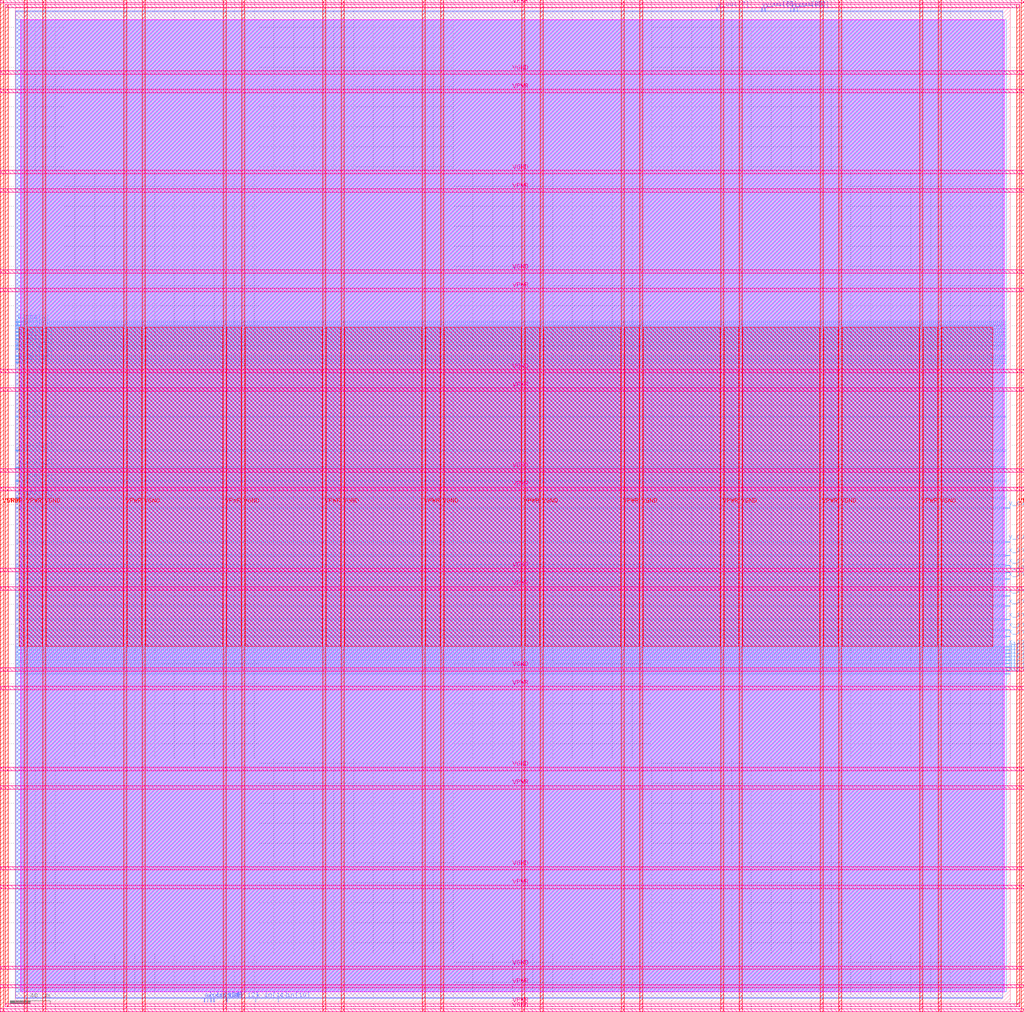
<source format=lef>
VERSION 5.7 ;
  NOWIREEXTENSIONATPIN ON ;
  DIVIDERCHAR "/" ;
  BUSBITCHARS "[]" ;
MACRO dynamic_noise_reduction
  CLASS BLOCK ;
  FOREIGN dynamic_noise_reduction ;
  ORIGIN 0.000 0.000 ;
  SIZE 1000.000 BY 1000.000 ;
  PIN VGND
    DIRECTION INOUT ;
    USE GROUND ;
    PORT
      LAYER met4 ;
        RECT -14.830 -9.470 -11.730 1007.710 ;
    END
    PORT
      LAYER met5 ;
        RECT -14.830 -9.470 1014.410 -6.370 ;
    END
    PORT
      LAYER met5 ;
        RECT -14.830 1004.610 1014.410 1007.710 ;
    END
    PORT
      LAYER met4 ;
        RECT 1011.310 -9.470 1014.410 1007.710 ;
    END
    PORT
      LAYER met4 ;
        RECT 27.570 -9.470 30.670 1007.710 ;
    END
    PORT
      LAYER met4 ;
        RECT 127.570 -9.470 130.670 1007.710 ;
    END
    PORT
      LAYER met4 ;
        RECT 227.570 -9.470 230.670 1007.710 ;
    END
    PORT
      LAYER met4 ;
        RECT 327.570 -9.470 330.670 1007.710 ;
    END
    PORT
      LAYER met4 ;
        RECT 427.570 -9.470 430.670 1007.710 ;
    END
    PORT
      LAYER met4 ;
        RECT 527.570 -9.470 530.670 1007.710 ;
    END
    PORT
      LAYER met4 ;
        RECT 627.570 -9.470 630.670 1007.710 ;
    END
    PORT
      LAYER met4 ;
        RECT 727.570 -9.470 730.670 1007.710 ;
    END
    PORT
      LAYER met4 ;
        RECT 827.570 -9.470 830.670 1007.710 ;
    END
    PORT
      LAYER met4 ;
        RECT 927.570 -9.470 930.670 1007.710 ;
    END
    PORT
      LAYER met5 ;
        RECT -14.830 32.930 1014.410 36.030 ;
    END
    PORT
      LAYER met5 ;
        RECT -14.830 132.930 1014.410 136.030 ;
    END
    PORT
      LAYER met5 ;
        RECT -14.830 232.930 1014.410 236.030 ;
    END
    PORT
      LAYER met5 ;
        RECT -14.830 332.930 1014.410 336.030 ;
    END
    PORT
      LAYER met5 ;
        RECT -14.830 432.930 1014.410 436.030 ;
    END
    PORT
      LAYER met5 ;
        RECT -14.830 532.930 1014.410 536.030 ;
    END
    PORT
      LAYER met5 ;
        RECT -14.830 632.930 1014.410 636.030 ;
    END
    PORT
      LAYER met5 ;
        RECT -14.830 732.930 1014.410 736.030 ;
    END
    PORT
      LAYER met5 ;
        RECT -14.830 832.930 1014.410 836.030 ;
    END
    PORT
      LAYER met5 ;
        RECT -14.830 932.930 1014.410 936.030 ;
    END
  END VGND
  PIN VPWR
    DIRECTION INOUT ;
    USE POWER ;
    PORT
      LAYER met4 ;
        RECT -10.030 -4.670 -6.930 1002.910 ;
    END
    PORT
      LAYER met5 ;
        RECT -10.030 -4.670 1009.610 -1.570 ;
    END
    PORT
      LAYER met5 ;
        RECT -10.030 999.810 1009.610 1002.910 ;
    END
    PORT
      LAYER met4 ;
        RECT 1006.510 -4.670 1009.610 1002.910 ;
    END
    PORT
      LAYER met4 ;
        RECT 8.970 -9.470 12.070 1007.710 ;
    END
    PORT
      LAYER met4 ;
        RECT 108.970 -9.470 112.070 1007.710 ;
    END
    PORT
      LAYER met4 ;
        RECT 208.970 -9.470 212.070 1007.710 ;
    END
    PORT
      LAYER met4 ;
        RECT 308.970 -9.470 312.070 1007.710 ;
    END
    PORT
      LAYER met4 ;
        RECT 408.970 -9.470 412.070 1007.710 ;
    END
    PORT
      LAYER met4 ;
        RECT 508.970 -9.470 512.070 1007.710 ;
    END
    PORT
      LAYER met4 ;
        RECT 608.970 -9.470 612.070 1007.710 ;
    END
    PORT
      LAYER met4 ;
        RECT 708.970 -9.470 712.070 1007.710 ;
    END
    PORT
      LAYER met4 ;
        RECT 808.970 -9.470 812.070 1007.710 ;
    END
    PORT
      LAYER met4 ;
        RECT 908.970 -9.470 912.070 1007.710 ;
    END
    PORT
      LAYER met5 ;
        RECT -14.830 14.330 1014.410 17.430 ;
    END
    PORT
      LAYER met5 ;
        RECT -14.830 114.330 1014.410 117.430 ;
    END
    PORT
      LAYER met5 ;
        RECT -14.830 214.330 1014.410 217.430 ;
    END
    PORT
      LAYER met5 ;
        RECT -14.830 314.330 1014.410 317.430 ;
    END
    PORT
      LAYER met5 ;
        RECT -14.830 414.330 1014.410 417.430 ;
    END
    PORT
      LAYER met5 ;
        RECT -14.830 514.330 1014.410 517.430 ;
    END
    PORT
      LAYER met5 ;
        RECT -14.830 614.330 1014.410 617.430 ;
    END
    PORT
      LAYER met5 ;
        RECT -14.830 714.330 1014.410 717.430 ;
    END
    PORT
      LAYER met5 ;
        RECT -14.830 814.330 1014.410 817.430 ;
    END
    PORT
      LAYER met5 ;
        RECT -14.830 914.330 1014.410 917.430 ;
    END
  END VPWR
  PIN alpha[0]
    DIRECTION INPUT ;
    USE SIGNAL ;
    ANTENNAGATEAREA 0.247500 ;
    PORT
      LAYER met3 ;
        RECT 996.000 333.240 1000.000 333.840 ;
    END
  END alpha[0]
  PIN alpha[10]
    DIRECTION INPUT ;
    USE SIGNAL ;
    ANTENNAGATEAREA 0.213000 ;
    PORT
      LAYER met3 ;
        RECT 0.000 588.240 4.000 588.840 ;
    END
  END alpha[10]
  PIN alpha[11]
    DIRECTION INPUT ;
    USE SIGNAL ;
    ANTENNAGATEAREA 0.213000 ;
    PORT
      LAYER met3 ;
        RECT 0.000 554.240 4.000 554.840 ;
    END
  END alpha[11]
  PIN alpha[12]
    DIRECTION INPUT ;
    USE SIGNAL ;
    ANTENNAGATEAREA 0.426000 ;
    PORT
      LAYER met3 ;
        RECT 0.000 537.240 4.000 537.840 ;
    END
  END alpha[12]
  PIN alpha[13]
    DIRECTION INPUT ;
    USE SIGNAL ;
    ANTENNAGATEAREA 0.426000 ;
    PORT
      LAYER met3 ;
        RECT 0.000 523.640 4.000 524.240 ;
    END
  END alpha[13]
  PIN alpha[14]
    DIRECTION INPUT ;
    USE SIGNAL ;
    ANTENNAGATEAREA 0.213000 ;
    PORT
      LAYER met2 ;
        RECT 190.070 0.000 190.350 4.000 ;
    END
  END alpha[14]
  PIN alpha[15]
    DIRECTION INPUT ;
    USE SIGNAL ;
    ANTENNAGATEAREA 0.247500 ;
    PORT
      LAYER met3 ;
        RECT 0.000 506.640 4.000 507.240 ;
    END
  END alpha[15]
  PIN alpha[1]
    DIRECTION INPUT ;
    USE SIGNAL ;
    ANTENNAGATEAREA 0.247500 ;
    PORT
      LAYER met3 ;
        RECT 996.000 336.640 1000.000 337.240 ;
    END
  END alpha[1]
  PIN alpha[2]
    DIRECTION INPUT ;
    USE SIGNAL ;
    ANTENNAGATEAREA 0.159000 ;
    PORT
      LAYER met3 ;
        RECT 996.000 340.040 1000.000 340.640 ;
    END
  END alpha[2]
  PIN alpha[3]
    DIRECTION INPUT ;
    USE SIGNAL ;
    ANTENNAGATEAREA 0.426000 ;
    PORT
      LAYER met3 ;
        RECT 996.000 343.440 1000.000 344.040 ;
    END
  END alpha[3]
  PIN alpha[4]
    DIRECTION INPUT ;
    USE SIGNAL ;
    ANTENNAGATEAREA 0.159000 ;
    PORT
      LAYER met3 ;
        RECT 996.000 346.840 1000.000 347.440 ;
    END
  END alpha[4]
  PIN alpha[5]
    DIRECTION INPUT ;
    USE SIGNAL ;
    ANTENNAGATEAREA 0.159000 ;
    PORT
      LAYER met3 ;
        RECT 996.000 350.240 1000.000 350.840 ;
    END
  END alpha[5]
  PIN alpha[6]
    DIRECTION INPUT ;
    USE SIGNAL ;
    ANTENNAGATEAREA 0.426000 ;
    PORT
      LAYER met3 ;
        RECT 996.000 329.840 1000.000 330.440 ;
    END
  END alpha[6]
  PIN alpha[7]
    DIRECTION INPUT ;
    USE SIGNAL ;
    ANTENNAGATEAREA 0.247500 ;
    PORT
      LAYER met3 ;
        RECT 996.000 353.640 1000.000 354.240 ;
    END
  END alpha[7]
  PIN alpha[8]
    DIRECTION INPUT ;
    USE SIGNAL ;
    ANTENNAGATEAREA 0.495000 ;
    PORT
      LAYER met3 ;
        RECT 0.000 683.440 4.000 684.040 ;
    END
  END alpha[8]
  PIN alpha[9]
    DIRECTION INPUT ;
    USE SIGNAL ;
    ANTENNAGATEAREA 0.213000 ;
    PORT
      LAYER met3 ;
        RECT 0.000 680.040 4.000 680.640 ;
    END
  END alpha[9]
  PIN clk
    DIRECTION INPUT ;
    USE SIGNAL ;
    ANTENNAGATEAREA 1.286700 ;
    ANTENNADIFFAREA 0.434700 ;
    PORT
      LAYER met3 ;
        RECT 0.000 676.640 4.000 677.240 ;
    END
  END clk
  PIN reset
    DIRECTION INPUT ;
    USE SIGNAL ;
    ANTENNAGATEAREA 0.247500 ;
    PORT
      LAYER met3 ;
        RECT 0.000 673.240 4.000 673.840 ;
    END
  END reset
  PIN x_in[0]
    DIRECTION INPUT ;
    USE SIGNAL ;
    ANTENNAGATEAREA 0.196500 ;
    PORT
      LAYER met3 ;
        RECT 996.000 448.840 1000.000 449.440 ;
    END
  END x_in[0]
  PIN x_in[10]
    DIRECTION INPUT ;
    USE SIGNAL ;
    ANTENNAGATEAREA 0.247500 ;
    PORT
      LAYER met2 ;
        RECT 264.130 0.000 264.410 4.000 ;
    END
  END x_in[10]
  PIN x_in[11]
    DIRECTION INPUT ;
    USE SIGNAL ;
    ANTENNAGATEAREA 0.213000 ;
    PORT
      LAYER met2 ;
        RECT 241.590 0.000 241.870 4.000 ;
    END
  END x_in[11]
  PIN x_in[12]
    DIRECTION INPUT ;
    USE SIGNAL ;
    ANTENNAGATEAREA 0.495000 ;
    PORT
      LAYER met2 ;
        RECT 212.610 0.000 212.890 4.000 ;
    END
  END x_in[12]
  PIN x_in[13]
    DIRECTION INPUT ;
    USE SIGNAL ;
    ANTENNAGATEAREA 0.213000 ;
    PORT
      LAYER met2 ;
        RECT 193.290 0.000 193.570 4.000 ;
    END
  END x_in[13]
  PIN x_in[14]
    DIRECTION INPUT ;
    USE SIGNAL ;
    ANTENNAGATEAREA 0.426000 ;
    PORT
      LAYER met2 ;
        RECT 196.510 0.000 196.790 4.000 ;
    END
  END x_in[14]
  PIN x_in[15]
    DIRECTION INPUT ;
    USE SIGNAL ;
    ANTENNAGATEAREA 0.426000 ;
    PORT
      LAYER met2 ;
        RECT 199.730 0.000 200.010 4.000 ;
    END
  END x_in[15]
  PIN x_in[1]
    DIRECTION INPUT ;
    USE SIGNAL ;
    ANTENNAGATEAREA 0.159000 ;
    PORT
      LAYER met3 ;
        RECT 996.000 438.640 1000.000 439.240 ;
    END
  END x_in[1]
  PIN x_in[2]
    DIRECTION INPUT ;
    USE SIGNAL ;
    ANTENNAGATEAREA 0.196500 ;
    PORT
      LAYER met3 ;
        RECT 996.000 431.840 1000.000 432.440 ;
    END
  END x_in[2]
  PIN x_in[3]
    DIRECTION INPUT ;
    USE SIGNAL ;
    ANTENNAGATEAREA 0.196500 ;
    PORT
      LAYER met3 ;
        RECT 996.000 425.040 1000.000 425.640 ;
    END
  END x_in[3]
  PIN x_in[4]
    DIRECTION INPUT ;
    USE SIGNAL ;
    ANTENNAGATEAREA 0.196500 ;
    PORT
      LAYER met3 ;
        RECT 996.000 408.040 1000.000 408.640 ;
    END
  END x_in[4]
  PIN x_in[5]
    DIRECTION INPUT ;
    USE SIGNAL ;
    ANTENNAGATEAREA 0.213000 ;
    PORT
      LAYER met3 ;
        RECT 996.000 397.840 1000.000 398.440 ;
    END
  END x_in[5]
  PIN x_in[6]
    DIRECTION INPUT ;
    USE SIGNAL ;
    ANTENNAGATEAREA 0.196500 ;
    PORT
      LAYER met3 ;
        RECT 996.000 384.240 1000.000 384.840 ;
    END
  END x_in[6]
  PIN x_in[7]
    DIRECTION INPUT ;
    USE SIGNAL ;
    ANTENNAGATEAREA 0.213000 ;
    PORT
      LAYER met3 ;
        RECT 996.000 374.040 1000.000 374.640 ;
    END
  END x_in[7]
  PIN x_in[8]
    DIRECTION INPUT ;
    USE SIGNAL ;
    ANTENNAGATEAREA 0.247500 ;
    PORT
      LAYER met3 ;
        RECT 996.000 367.240 1000.000 367.840 ;
    END
  END x_in[8]
  PIN x_in[9]
    DIRECTION INPUT ;
    USE SIGNAL ;
    ANTENNAGATEAREA 0.213000 ;
    PORT
      LAYER met3 ;
        RECT 996.000 357.040 1000.000 357.640 ;
    END
  END x_in[9]
  PIN y_out[0]
    DIRECTION OUTPUT ;
    USE SIGNAL ;
    ANTENNADIFFAREA 0.445500 ;
    PORT
      LAYER met3 ;
        RECT 996.000 496.440 1000.000 497.040 ;
    END
  END y_out[0]
  PIN y_out[10]
    DIRECTION OUTPUT ;
    USE SIGNAL ;
    ANTENNADIFFAREA 0.445500 ;
    PORT
      LAYER met3 ;
        RECT 0.000 669.840 4.000 670.440 ;
    END
  END y_out[10]
  PIN y_out[11]
    DIRECTION OUTPUT ;
    USE SIGNAL ;
    ANTENNADIFFAREA 0.445500 ;
    PORT
      LAYER met3 ;
        RECT 0.000 666.440 4.000 667.040 ;
    END
  END y_out[11]
  PIN y_out[12]
    DIRECTION OUTPUT ;
    USE SIGNAL ;
    ANTENNADIFFAREA 0.445500 ;
    PORT
      LAYER met3 ;
        RECT 0.000 663.040 4.000 663.640 ;
    END
  END y_out[12]
  PIN y_out[13]
    DIRECTION OUTPUT ;
    USE SIGNAL ;
    ANTENNADIFFAREA 0.445500 ;
    PORT
      LAYER met3 ;
        RECT 0.000 659.640 4.000 660.240 ;
    END
  END y_out[13]
  PIN y_out[14]
    DIRECTION OUTPUT ;
    USE SIGNAL ;
    ANTENNADIFFAREA 0.445500 ;
    PORT
      LAYER met3 ;
        RECT 0.000 649.440 4.000 650.040 ;
    END
  END y_out[14]
  PIN y_out[15]
    DIRECTION OUTPUT ;
    USE SIGNAL ;
    ANTENNADIFFAREA 0.445500 ;
    PORT
      LAYER met3 ;
        RECT 0.000 646.040 4.000 646.640 ;
    END
  END y_out[15]
  PIN y_out[1]
    DIRECTION OUTPUT ;
    USE SIGNAL ;
    ANTENNADIFFAREA 0.445500 ;
    PORT
      LAYER met3 ;
        RECT 996.000 462.440 1000.000 463.040 ;
    END
  END y_out[1]
  PIN y_out[2]
    DIRECTION OUTPUT ;
    USE SIGNAL ;
    ANTENNADIFFAREA 0.445500 ;
    PORT
      LAYER met2 ;
        RECT 785.770 996.000 786.050 1000.000 ;
    END
  END y_out[2]
  PIN y_out[3]
    DIRECTION OUTPUT ;
    USE SIGNAL ;
    ANTENNADIFFAREA 0.445500 ;
    PORT
      LAYER met2 ;
        RECT 782.550 996.000 782.830 1000.000 ;
    END
  END y_out[3]
  PIN y_out[4]
    DIRECTION OUTPUT ;
    USE SIGNAL ;
    ANTENNADIFFAREA 0.445500 ;
    PORT
      LAYER met2 ;
        RECT 779.330 996.000 779.610 1000.000 ;
    END
  END y_out[4]
  PIN y_out[5]
    DIRECTION OUTPUT ;
    USE SIGNAL ;
    ANTENNADIFFAREA 0.445500 ;
    PORT
      LAYER met2 ;
        RECT 753.570 996.000 753.850 1000.000 ;
    END
  END y_out[5]
  PIN y_out[6]
    DIRECTION OUTPUT ;
    USE SIGNAL ;
    ANTENNADIFFAREA 0.445500 ;
    PORT
      LAYER met2 ;
        RECT 750.350 996.000 750.630 1000.000 ;
    END
  END y_out[6]
  PIN y_out[7]
    DIRECTION OUTPUT ;
    USE SIGNAL ;
    ANTENNADIFFAREA 0.445500 ;
    PORT
      LAYER met2 ;
        RECT 705.270 996.000 705.550 1000.000 ;
    END
  END y_out[7]
  PIN y_out[8]
    DIRECTION OUTPUT ;
    USE SIGNAL ;
    ANTENNADIFFAREA 0.445500 ;
    PORT
      LAYER met3 ;
        RECT 0.000 642.640 4.000 643.240 ;
    END
  END y_out[8]
  PIN y_out[9]
    DIRECTION OUTPUT ;
    USE SIGNAL ;
    ANTENNADIFFAREA 0.445500 ;
    PORT
      LAYER met3 ;
        RECT 0.000 656.240 4.000 656.840 ;
    END
  END y_out[9]
  OBS
      LAYER nwell ;
        RECT 5.330 10.795 994.250 987.550 ;
      LAYER li1 ;
        RECT 5.520 10.795 994.060 987.445 ;
      LAYER met1 ;
        RECT 0.530 10.640 994.060 987.600 ;
      LAYER met2 ;
        RECT 0.550 995.720 704.990 996.610 ;
        RECT 705.830 995.720 750.070 996.610 ;
        RECT 750.910 995.720 753.290 996.610 ;
        RECT 754.130 995.720 779.050 996.610 ;
        RECT 779.890 995.720 782.270 996.610 ;
        RECT 783.110 995.720 785.490 996.610 ;
        RECT 786.330 995.720 992.590 996.610 ;
        RECT 0.550 4.280 992.590 995.720 ;
        RECT 0.550 4.000 189.790 4.280 ;
        RECT 190.630 4.000 193.010 4.280 ;
        RECT 193.850 4.000 196.230 4.280 ;
        RECT 197.070 4.000 199.450 4.280 ;
        RECT 200.290 4.000 212.330 4.280 ;
        RECT 213.170 4.000 241.310 4.280 ;
        RECT 242.150 4.000 263.850 4.280 ;
        RECT 264.690 4.000 992.590 4.280 ;
      LAYER met3 ;
        RECT 0.525 684.440 996.000 987.525 ;
        RECT 4.400 683.040 996.000 684.440 ;
        RECT 0.525 681.040 996.000 683.040 ;
        RECT 4.400 679.640 996.000 681.040 ;
        RECT 0.525 677.640 996.000 679.640 ;
        RECT 4.400 676.240 996.000 677.640 ;
        RECT 0.525 674.240 996.000 676.240 ;
        RECT 4.400 672.840 996.000 674.240 ;
        RECT 0.525 670.840 996.000 672.840 ;
        RECT 4.400 669.440 996.000 670.840 ;
        RECT 0.525 667.440 996.000 669.440 ;
        RECT 4.400 666.040 996.000 667.440 ;
        RECT 0.525 664.040 996.000 666.040 ;
        RECT 4.400 662.640 996.000 664.040 ;
        RECT 0.525 660.640 996.000 662.640 ;
        RECT 4.400 659.240 996.000 660.640 ;
        RECT 0.525 657.240 996.000 659.240 ;
        RECT 4.400 655.840 996.000 657.240 ;
        RECT 0.525 650.440 996.000 655.840 ;
        RECT 4.400 649.040 996.000 650.440 ;
        RECT 0.525 647.040 996.000 649.040 ;
        RECT 4.400 645.640 996.000 647.040 ;
        RECT 0.525 643.640 996.000 645.640 ;
        RECT 4.400 642.240 996.000 643.640 ;
        RECT 0.525 589.240 996.000 642.240 ;
        RECT 4.400 587.840 996.000 589.240 ;
        RECT 0.525 555.240 996.000 587.840 ;
        RECT 4.400 553.840 996.000 555.240 ;
        RECT 0.525 538.240 996.000 553.840 ;
        RECT 4.400 536.840 996.000 538.240 ;
        RECT 0.525 524.640 996.000 536.840 ;
        RECT 4.400 523.240 996.000 524.640 ;
        RECT 0.525 507.640 996.000 523.240 ;
        RECT 4.400 506.240 996.000 507.640 ;
        RECT 0.525 497.440 996.000 506.240 ;
        RECT 0.525 496.040 995.600 497.440 ;
        RECT 0.525 463.440 996.000 496.040 ;
        RECT 0.525 462.040 995.600 463.440 ;
        RECT 0.525 449.840 996.000 462.040 ;
        RECT 0.525 448.440 995.600 449.840 ;
        RECT 0.525 439.640 996.000 448.440 ;
        RECT 0.525 438.240 995.600 439.640 ;
        RECT 0.525 432.840 996.000 438.240 ;
        RECT 0.525 431.440 995.600 432.840 ;
        RECT 0.525 426.040 996.000 431.440 ;
        RECT 0.525 424.640 995.600 426.040 ;
        RECT 0.525 409.040 996.000 424.640 ;
        RECT 0.525 407.640 995.600 409.040 ;
        RECT 0.525 398.840 996.000 407.640 ;
        RECT 0.525 397.440 995.600 398.840 ;
        RECT 0.525 385.240 996.000 397.440 ;
        RECT 0.525 383.840 995.600 385.240 ;
        RECT 0.525 375.040 996.000 383.840 ;
        RECT 0.525 373.640 995.600 375.040 ;
        RECT 0.525 368.240 996.000 373.640 ;
        RECT 0.525 366.840 995.600 368.240 ;
        RECT 0.525 358.040 996.000 366.840 ;
        RECT 0.525 356.640 995.600 358.040 ;
        RECT 0.525 354.640 996.000 356.640 ;
        RECT 0.525 353.240 995.600 354.640 ;
        RECT 0.525 351.240 996.000 353.240 ;
        RECT 0.525 349.840 995.600 351.240 ;
        RECT 0.525 347.840 996.000 349.840 ;
        RECT 0.525 346.440 995.600 347.840 ;
        RECT 0.525 344.440 996.000 346.440 ;
        RECT 0.525 343.040 995.600 344.440 ;
        RECT 0.525 341.040 996.000 343.040 ;
        RECT 0.525 339.640 995.600 341.040 ;
        RECT 0.525 337.640 996.000 339.640 ;
        RECT 0.525 336.240 995.600 337.640 ;
        RECT 0.525 334.240 996.000 336.240 ;
        RECT 0.525 332.840 995.600 334.240 ;
        RECT 0.525 330.840 996.000 332.840 ;
        RECT 0.525 329.440 995.600 330.840 ;
        RECT 0.525 10.715 996.000 329.440 ;
      LAYER met4 ;
        RECT 3.975 357.855 8.570 678.465 ;
        RECT 12.470 357.855 27.170 678.465 ;
        RECT 31.070 357.855 108.570 678.465 ;
        RECT 112.470 357.855 127.170 678.465 ;
        RECT 131.070 357.855 208.570 678.465 ;
        RECT 212.470 357.855 227.170 678.465 ;
        RECT 231.070 357.855 308.570 678.465 ;
        RECT 312.470 357.855 327.170 678.465 ;
        RECT 331.070 357.855 408.570 678.465 ;
        RECT 412.470 357.855 427.170 678.465 ;
        RECT 431.070 357.855 508.570 678.465 ;
        RECT 512.470 357.855 527.170 678.465 ;
        RECT 531.070 357.855 608.570 678.465 ;
        RECT 612.470 357.855 627.170 678.465 ;
        RECT 631.070 357.855 708.570 678.465 ;
        RECT 712.470 357.855 727.170 678.465 ;
        RECT 731.070 357.855 808.570 678.465 ;
        RECT 812.470 357.855 827.170 678.465 ;
        RECT 831.070 357.855 908.570 678.465 ;
        RECT 912.470 357.855 927.170 678.465 ;
        RECT 931.070 357.855 982.265 678.465 ;
  END
END dynamic_noise_reduction
END LIBRARY


</source>
